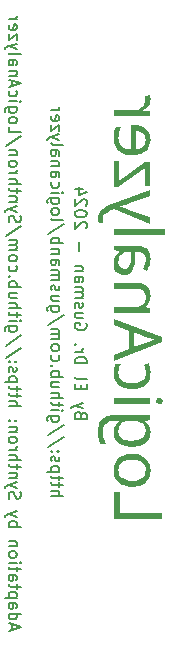
<source format=gbo>
G04 #@! TF.GenerationSoftware,KiCad,Pcbnew,8.0.8-8.0.8-0~ubuntu24.04.1*
G04 #@! TF.CreationDate,2025-04-25T21:20:27+02:00*
G04 #@! TF.ProjectId,LogicAnalyzer,4c6f6769-6341-46e6-916c-797a65722e6b,rev?*
G04 #@! TF.SameCoordinates,Original*
G04 #@! TF.FileFunction,Legend,Bot*
G04 #@! TF.FilePolarity,Positive*
%FSLAX46Y46*%
G04 Gerber Fmt 4.6, Leading zero omitted, Abs format (unit mm)*
G04 Created by KiCad (PCBNEW 8.0.8-8.0.8-0~ubuntu24.04.1) date 2025-04-25 21:20:27*
%MOMM*%
%LPD*%
G01*
G04 APERTURE LIST*
%ADD10C,0.150000*%
%ADD11C,3.200000*%
%ADD12R,1.700000X1.700000*%
%ADD13O,1.700000X1.700000*%
%ADD14O,1.800000X1.800000*%
%ADD15O,1.500000X1.500000*%
G04 APERTURE END LIST*
D10*
X190916180Y-107001220D02*
X191916180Y-107001220D01*
X190916180Y-106572649D02*
X191439990Y-106572649D01*
X191439990Y-106572649D02*
X191535228Y-106620268D01*
X191535228Y-106620268D02*
X191582847Y-106715506D01*
X191582847Y-106715506D02*
X191582847Y-106858363D01*
X191582847Y-106858363D02*
X191535228Y-106953601D01*
X191535228Y-106953601D02*
X191487609Y-107001220D01*
X191582847Y-106239315D02*
X191582847Y-105858363D01*
X191916180Y-106096458D02*
X191059038Y-106096458D01*
X191059038Y-106096458D02*
X190963800Y-106048839D01*
X190963800Y-106048839D02*
X190916180Y-105953601D01*
X190916180Y-105953601D02*
X190916180Y-105858363D01*
X191582847Y-105667886D02*
X191582847Y-105286934D01*
X191916180Y-105525029D02*
X191059038Y-105525029D01*
X191059038Y-105525029D02*
X190963800Y-105477410D01*
X190963800Y-105477410D02*
X190916180Y-105382172D01*
X190916180Y-105382172D02*
X190916180Y-105286934D01*
X191582847Y-104953600D02*
X190582847Y-104953600D01*
X191535228Y-104953600D02*
X191582847Y-104858362D01*
X191582847Y-104858362D02*
X191582847Y-104667886D01*
X191582847Y-104667886D02*
X191535228Y-104572648D01*
X191535228Y-104572648D02*
X191487609Y-104525029D01*
X191487609Y-104525029D02*
X191392371Y-104477410D01*
X191392371Y-104477410D02*
X191106657Y-104477410D01*
X191106657Y-104477410D02*
X191011419Y-104525029D01*
X191011419Y-104525029D02*
X190963800Y-104572648D01*
X190963800Y-104572648D02*
X190916180Y-104667886D01*
X190916180Y-104667886D02*
X190916180Y-104858362D01*
X190916180Y-104858362D02*
X190963800Y-104953600D01*
X190963800Y-104096457D02*
X190916180Y-104001219D01*
X190916180Y-104001219D02*
X190916180Y-103810743D01*
X190916180Y-103810743D02*
X190963800Y-103715505D01*
X190963800Y-103715505D02*
X191059038Y-103667886D01*
X191059038Y-103667886D02*
X191106657Y-103667886D01*
X191106657Y-103667886D02*
X191201895Y-103715505D01*
X191201895Y-103715505D02*
X191249514Y-103810743D01*
X191249514Y-103810743D02*
X191249514Y-103953600D01*
X191249514Y-103953600D02*
X191297133Y-104048838D01*
X191297133Y-104048838D02*
X191392371Y-104096457D01*
X191392371Y-104096457D02*
X191439990Y-104096457D01*
X191439990Y-104096457D02*
X191535228Y-104048838D01*
X191535228Y-104048838D02*
X191582847Y-103953600D01*
X191582847Y-103953600D02*
X191582847Y-103810743D01*
X191582847Y-103810743D02*
X191535228Y-103715505D01*
X191011419Y-103239314D02*
X190963800Y-103191695D01*
X190963800Y-103191695D02*
X190916180Y-103239314D01*
X190916180Y-103239314D02*
X190963800Y-103286933D01*
X190963800Y-103286933D02*
X191011419Y-103239314D01*
X191011419Y-103239314D02*
X190916180Y-103239314D01*
X191535228Y-103239314D02*
X191487609Y-103191695D01*
X191487609Y-103191695D02*
X191439990Y-103239314D01*
X191439990Y-103239314D02*
X191487609Y-103286933D01*
X191487609Y-103286933D02*
X191535228Y-103239314D01*
X191535228Y-103239314D02*
X191439990Y-103239314D01*
X191963800Y-102048839D02*
X190678085Y-102905981D01*
X191963800Y-101001220D02*
X190678085Y-101858362D01*
X191582847Y-100239315D02*
X190773323Y-100239315D01*
X190773323Y-100239315D02*
X190678085Y-100286934D01*
X190678085Y-100286934D02*
X190630466Y-100334553D01*
X190630466Y-100334553D02*
X190582847Y-100429791D01*
X190582847Y-100429791D02*
X190582847Y-100572648D01*
X190582847Y-100572648D02*
X190630466Y-100667886D01*
X190963800Y-100239315D02*
X190916180Y-100334553D01*
X190916180Y-100334553D02*
X190916180Y-100525029D01*
X190916180Y-100525029D02*
X190963800Y-100620267D01*
X190963800Y-100620267D02*
X191011419Y-100667886D01*
X191011419Y-100667886D02*
X191106657Y-100715505D01*
X191106657Y-100715505D02*
X191392371Y-100715505D01*
X191392371Y-100715505D02*
X191487609Y-100667886D01*
X191487609Y-100667886D02*
X191535228Y-100620267D01*
X191535228Y-100620267D02*
X191582847Y-100525029D01*
X191582847Y-100525029D02*
X191582847Y-100334553D01*
X191582847Y-100334553D02*
X191535228Y-100239315D01*
X190916180Y-99763124D02*
X191582847Y-99763124D01*
X191916180Y-99763124D02*
X191868561Y-99810743D01*
X191868561Y-99810743D02*
X191820942Y-99763124D01*
X191820942Y-99763124D02*
X191868561Y-99715505D01*
X191868561Y-99715505D02*
X191916180Y-99763124D01*
X191916180Y-99763124D02*
X191820942Y-99763124D01*
X191582847Y-99429791D02*
X191582847Y-99048839D01*
X191916180Y-99286934D02*
X191059038Y-99286934D01*
X191059038Y-99286934D02*
X190963800Y-99239315D01*
X190963800Y-99239315D02*
X190916180Y-99144077D01*
X190916180Y-99144077D02*
X190916180Y-99048839D01*
X190916180Y-98715505D02*
X191916180Y-98715505D01*
X190916180Y-98286934D02*
X191439990Y-98286934D01*
X191439990Y-98286934D02*
X191535228Y-98334553D01*
X191535228Y-98334553D02*
X191582847Y-98429791D01*
X191582847Y-98429791D02*
X191582847Y-98572648D01*
X191582847Y-98572648D02*
X191535228Y-98667886D01*
X191535228Y-98667886D02*
X191487609Y-98715505D01*
X191582847Y-97382172D02*
X190916180Y-97382172D01*
X191582847Y-97810743D02*
X191059038Y-97810743D01*
X191059038Y-97810743D02*
X190963800Y-97763124D01*
X190963800Y-97763124D02*
X190916180Y-97667886D01*
X190916180Y-97667886D02*
X190916180Y-97525029D01*
X190916180Y-97525029D02*
X190963800Y-97429791D01*
X190963800Y-97429791D02*
X191011419Y-97382172D01*
X190916180Y-96905981D02*
X191916180Y-96905981D01*
X191535228Y-96905981D02*
X191582847Y-96810743D01*
X191582847Y-96810743D02*
X191582847Y-96620267D01*
X191582847Y-96620267D02*
X191535228Y-96525029D01*
X191535228Y-96525029D02*
X191487609Y-96477410D01*
X191487609Y-96477410D02*
X191392371Y-96429791D01*
X191392371Y-96429791D02*
X191106657Y-96429791D01*
X191106657Y-96429791D02*
X191011419Y-96477410D01*
X191011419Y-96477410D02*
X190963800Y-96525029D01*
X190963800Y-96525029D02*
X190916180Y-96620267D01*
X190916180Y-96620267D02*
X190916180Y-96810743D01*
X190916180Y-96810743D02*
X190963800Y-96905981D01*
X191011419Y-96001219D02*
X190963800Y-95953600D01*
X190963800Y-95953600D02*
X190916180Y-96001219D01*
X190916180Y-96001219D02*
X190963800Y-96048838D01*
X190963800Y-96048838D02*
X191011419Y-96001219D01*
X191011419Y-96001219D02*
X190916180Y-96001219D01*
X190963800Y-95096458D02*
X190916180Y-95191696D01*
X190916180Y-95191696D02*
X190916180Y-95382172D01*
X190916180Y-95382172D02*
X190963800Y-95477410D01*
X190963800Y-95477410D02*
X191011419Y-95525029D01*
X191011419Y-95525029D02*
X191106657Y-95572648D01*
X191106657Y-95572648D02*
X191392371Y-95572648D01*
X191392371Y-95572648D02*
X191487609Y-95525029D01*
X191487609Y-95525029D02*
X191535228Y-95477410D01*
X191535228Y-95477410D02*
X191582847Y-95382172D01*
X191582847Y-95382172D02*
X191582847Y-95191696D01*
X191582847Y-95191696D02*
X191535228Y-95096458D01*
X190916180Y-94525029D02*
X190963800Y-94620267D01*
X190963800Y-94620267D02*
X191011419Y-94667886D01*
X191011419Y-94667886D02*
X191106657Y-94715505D01*
X191106657Y-94715505D02*
X191392371Y-94715505D01*
X191392371Y-94715505D02*
X191487609Y-94667886D01*
X191487609Y-94667886D02*
X191535228Y-94620267D01*
X191535228Y-94620267D02*
X191582847Y-94525029D01*
X191582847Y-94525029D02*
X191582847Y-94382172D01*
X191582847Y-94382172D02*
X191535228Y-94286934D01*
X191535228Y-94286934D02*
X191487609Y-94239315D01*
X191487609Y-94239315D02*
X191392371Y-94191696D01*
X191392371Y-94191696D02*
X191106657Y-94191696D01*
X191106657Y-94191696D02*
X191011419Y-94239315D01*
X191011419Y-94239315D02*
X190963800Y-94286934D01*
X190963800Y-94286934D02*
X190916180Y-94382172D01*
X190916180Y-94382172D02*
X190916180Y-94525029D01*
X190916180Y-93763124D02*
X191582847Y-93763124D01*
X191487609Y-93763124D02*
X191535228Y-93715505D01*
X191535228Y-93715505D02*
X191582847Y-93620267D01*
X191582847Y-93620267D02*
X191582847Y-93477410D01*
X191582847Y-93477410D02*
X191535228Y-93382172D01*
X191535228Y-93382172D02*
X191439990Y-93334553D01*
X191439990Y-93334553D02*
X190916180Y-93334553D01*
X191439990Y-93334553D02*
X191535228Y-93286934D01*
X191535228Y-93286934D02*
X191582847Y-93191696D01*
X191582847Y-93191696D02*
X191582847Y-93048839D01*
X191582847Y-93048839D02*
X191535228Y-92953600D01*
X191535228Y-92953600D02*
X191439990Y-92905981D01*
X191439990Y-92905981D02*
X190916180Y-92905981D01*
X191963800Y-91715506D02*
X190678085Y-92572648D01*
X191582847Y-90953601D02*
X190773323Y-90953601D01*
X190773323Y-90953601D02*
X190678085Y-91001220D01*
X190678085Y-91001220D02*
X190630466Y-91048839D01*
X190630466Y-91048839D02*
X190582847Y-91144077D01*
X190582847Y-91144077D02*
X190582847Y-91286934D01*
X190582847Y-91286934D02*
X190630466Y-91382172D01*
X190963800Y-90953601D02*
X190916180Y-91048839D01*
X190916180Y-91048839D02*
X190916180Y-91239315D01*
X190916180Y-91239315D02*
X190963800Y-91334553D01*
X190963800Y-91334553D02*
X191011419Y-91382172D01*
X191011419Y-91382172D02*
X191106657Y-91429791D01*
X191106657Y-91429791D02*
X191392371Y-91429791D01*
X191392371Y-91429791D02*
X191487609Y-91382172D01*
X191487609Y-91382172D02*
X191535228Y-91334553D01*
X191535228Y-91334553D02*
X191582847Y-91239315D01*
X191582847Y-91239315D02*
X191582847Y-91048839D01*
X191582847Y-91048839D02*
X191535228Y-90953601D01*
X191582847Y-90048839D02*
X190916180Y-90048839D01*
X191582847Y-90477410D02*
X191059038Y-90477410D01*
X191059038Y-90477410D02*
X190963800Y-90429791D01*
X190963800Y-90429791D02*
X190916180Y-90334553D01*
X190916180Y-90334553D02*
X190916180Y-90191696D01*
X190916180Y-90191696D02*
X190963800Y-90096458D01*
X190963800Y-90096458D02*
X191011419Y-90048839D01*
X190963800Y-89620267D02*
X190916180Y-89525029D01*
X190916180Y-89525029D02*
X190916180Y-89334553D01*
X190916180Y-89334553D02*
X190963800Y-89239315D01*
X190963800Y-89239315D02*
X191059038Y-89191696D01*
X191059038Y-89191696D02*
X191106657Y-89191696D01*
X191106657Y-89191696D02*
X191201895Y-89239315D01*
X191201895Y-89239315D02*
X191249514Y-89334553D01*
X191249514Y-89334553D02*
X191249514Y-89477410D01*
X191249514Y-89477410D02*
X191297133Y-89572648D01*
X191297133Y-89572648D02*
X191392371Y-89620267D01*
X191392371Y-89620267D02*
X191439990Y-89620267D01*
X191439990Y-89620267D02*
X191535228Y-89572648D01*
X191535228Y-89572648D02*
X191582847Y-89477410D01*
X191582847Y-89477410D02*
X191582847Y-89334553D01*
X191582847Y-89334553D02*
X191535228Y-89239315D01*
X190916180Y-88763124D02*
X191582847Y-88763124D01*
X191487609Y-88763124D02*
X191535228Y-88715505D01*
X191535228Y-88715505D02*
X191582847Y-88620267D01*
X191582847Y-88620267D02*
X191582847Y-88477410D01*
X191582847Y-88477410D02*
X191535228Y-88382172D01*
X191535228Y-88382172D02*
X191439990Y-88334553D01*
X191439990Y-88334553D02*
X190916180Y-88334553D01*
X191439990Y-88334553D02*
X191535228Y-88286934D01*
X191535228Y-88286934D02*
X191582847Y-88191696D01*
X191582847Y-88191696D02*
X191582847Y-88048839D01*
X191582847Y-88048839D02*
X191535228Y-87953600D01*
X191535228Y-87953600D02*
X191439990Y-87905981D01*
X191439990Y-87905981D02*
X190916180Y-87905981D01*
X190916180Y-87001220D02*
X191439990Y-87001220D01*
X191439990Y-87001220D02*
X191535228Y-87048839D01*
X191535228Y-87048839D02*
X191582847Y-87144077D01*
X191582847Y-87144077D02*
X191582847Y-87334553D01*
X191582847Y-87334553D02*
X191535228Y-87429791D01*
X190963800Y-87001220D02*
X190916180Y-87096458D01*
X190916180Y-87096458D02*
X190916180Y-87334553D01*
X190916180Y-87334553D02*
X190963800Y-87429791D01*
X190963800Y-87429791D02*
X191059038Y-87477410D01*
X191059038Y-87477410D02*
X191154276Y-87477410D01*
X191154276Y-87477410D02*
X191249514Y-87429791D01*
X191249514Y-87429791D02*
X191297133Y-87334553D01*
X191297133Y-87334553D02*
X191297133Y-87096458D01*
X191297133Y-87096458D02*
X191344752Y-87001220D01*
X191582847Y-86525029D02*
X190916180Y-86525029D01*
X191487609Y-86525029D02*
X191535228Y-86477410D01*
X191535228Y-86477410D02*
X191582847Y-86382172D01*
X191582847Y-86382172D02*
X191582847Y-86239315D01*
X191582847Y-86239315D02*
X191535228Y-86144077D01*
X191535228Y-86144077D02*
X191439990Y-86096458D01*
X191439990Y-86096458D02*
X190916180Y-86096458D01*
X190916180Y-85620267D02*
X191916180Y-85620267D01*
X191535228Y-85620267D02*
X191582847Y-85525029D01*
X191582847Y-85525029D02*
X191582847Y-85334553D01*
X191582847Y-85334553D02*
X191535228Y-85239315D01*
X191535228Y-85239315D02*
X191487609Y-85191696D01*
X191487609Y-85191696D02*
X191392371Y-85144077D01*
X191392371Y-85144077D02*
X191106657Y-85144077D01*
X191106657Y-85144077D02*
X191011419Y-85191696D01*
X191011419Y-85191696D02*
X190963800Y-85239315D01*
X190963800Y-85239315D02*
X190916180Y-85334553D01*
X190916180Y-85334553D02*
X190916180Y-85525029D01*
X190916180Y-85525029D02*
X190963800Y-85620267D01*
X191963800Y-84001220D02*
X190678085Y-84858362D01*
X190916180Y-83525029D02*
X190963800Y-83620267D01*
X190963800Y-83620267D02*
X191059038Y-83667886D01*
X191059038Y-83667886D02*
X191916180Y-83667886D01*
X190916180Y-83001219D02*
X190963800Y-83096457D01*
X190963800Y-83096457D02*
X191011419Y-83144076D01*
X191011419Y-83144076D02*
X191106657Y-83191695D01*
X191106657Y-83191695D02*
X191392371Y-83191695D01*
X191392371Y-83191695D02*
X191487609Y-83144076D01*
X191487609Y-83144076D02*
X191535228Y-83096457D01*
X191535228Y-83096457D02*
X191582847Y-83001219D01*
X191582847Y-83001219D02*
X191582847Y-82858362D01*
X191582847Y-82858362D02*
X191535228Y-82763124D01*
X191535228Y-82763124D02*
X191487609Y-82715505D01*
X191487609Y-82715505D02*
X191392371Y-82667886D01*
X191392371Y-82667886D02*
X191106657Y-82667886D01*
X191106657Y-82667886D02*
X191011419Y-82715505D01*
X191011419Y-82715505D02*
X190963800Y-82763124D01*
X190963800Y-82763124D02*
X190916180Y-82858362D01*
X190916180Y-82858362D02*
X190916180Y-83001219D01*
X191582847Y-81810743D02*
X190773323Y-81810743D01*
X190773323Y-81810743D02*
X190678085Y-81858362D01*
X190678085Y-81858362D02*
X190630466Y-81905981D01*
X190630466Y-81905981D02*
X190582847Y-82001219D01*
X190582847Y-82001219D02*
X190582847Y-82144076D01*
X190582847Y-82144076D02*
X190630466Y-82239314D01*
X190963800Y-81810743D02*
X190916180Y-81905981D01*
X190916180Y-81905981D02*
X190916180Y-82096457D01*
X190916180Y-82096457D02*
X190963800Y-82191695D01*
X190963800Y-82191695D02*
X191011419Y-82239314D01*
X191011419Y-82239314D02*
X191106657Y-82286933D01*
X191106657Y-82286933D02*
X191392371Y-82286933D01*
X191392371Y-82286933D02*
X191487609Y-82239314D01*
X191487609Y-82239314D02*
X191535228Y-82191695D01*
X191535228Y-82191695D02*
X191582847Y-82096457D01*
X191582847Y-82096457D02*
X191582847Y-81905981D01*
X191582847Y-81905981D02*
X191535228Y-81810743D01*
X190916180Y-81334552D02*
X191582847Y-81334552D01*
X191916180Y-81334552D02*
X191868561Y-81382171D01*
X191868561Y-81382171D02*
X191820942Y-81334552D01*
X191820942Y-81334552D02*
X191868561Y-81286933D01*
X191868561Y-81286933D02*
X191916180Y-81334552D01*
X191916180Y-81334552D02*
X191820942Y-81334552D01*
X190963800Y-80429791D02*
X190916180Y-80525029D01*
X190916180Y-80525029D02*
X190916180Y-80715505D01*
X190916180Y-80715505D02*
X190963800Y-80810743D01*
X190963800Y-80810743D02*
X191011419Y-80858362D01*
X191011419Y-80858362D02*
X191106657Y-80905981D01*
X191106657Y-80905981D02*
X191392371Y-80905981D01*
X191392371Y-80905981D02*
X191487609Y-80858362D01*
X191487609Y-80858362D02*
X191535228Y-80810743D01*
X191535228Y-80810743D02*
X191582847Y-80715505D01*
X191582847Y-80715505D02*
X191582847Y-80525029D01*
X191582847Y-80525029D02*
X191535228Y-80429791D01*
X190916180Y-79572648D02*
X191439990Y-79572648D01*
X191439990Y-79572648D02*
X191535228Y-79620267D01*
X191535228Y-79620267D02*
X191582847Y-79715505D01*
X191582847Y-79715505D02*
X191582847Y-79905981D01*
X191582847Y-79905981D02*
X191535228Y-80001219D01*
X190963800Y-79572648D02*
X190916180Y-79667886D01*
X190916180Y-79667886D02*
X190916180Y-79905981D01*
X190916180Y-79905981D02*
X190963800Y-80001219D01*
X190963800Y-80001219D02*
X191059038Y-80048838D01*
X191059038Y-80048838D02*
X191154276Y-80048838D01*
X191154276Y-80048838D02*
X191249514Y-80001219D01*
X191249514Y-80001219D02*
X191297133Y-79905981D01*
X191297133Y-79905981D02*
X191297133Y-79667886D01*
X191297133Y-79667886D02*
X191344752Y-79572648D01*
X191582847Y-79096457D02*
X190916180Y-79096457D01*
X191487609Y-79096457D02*
X191535228Y-79048838D01*
X191535228Y-79048838D02*
X191582847Y-78953600D01*
X191582847Y-78953600D02*
X191582847Y-78810743D01*
X191582847Y-78810743D02*
X191535228Y-78715505D01*
X191535228Y-78715505D02*
X191439990Y-78667886D01*
X191439990Y-78667886D02*
X190916180Y-78667886D01*
X190916180Y-77763124D02*
X191439990Y-77763124D01*
X191439990Y-77763124D02*
X191535228Y-77810743D01*
X191535228Y-77810743D02*
X191582847Y-77905981D01*
X191582847Y-77905981D02*
X191582847Y-78096457D01*
X191582847Y-78096457D02*
X191535228Y-78191695D01*
X190963800Y-77763124D02*
X190916180Y-77858362D01*
X190916180Y-77858362D02*
X190916180Y-78096457D01*
X190916180Y-78096457D02*
X190963800Y-78191695D01*
X190963800Y-78191695D02*
X191059038Y-78239314D01*
X191059038Y-78239314D02*
X191154276Y-78239314D01*
X191154276Y-78239314D02*
X191249514Y-78191695D01*
X191249514Y-78191695D02*
X191297133Y-78096457D01*
X191297133Y-78096457D02*
X191297133Y-77858362D01*
X191297133Y-77858362D02*
X191344752Y-77763124D01*
X190916180Y-77144076D02*
X190963800Y-77239314D01*
X190963800Y-77239314D02*
X191059038Y-77286933D01*
X191059038Y-77286933D02*
X191916180Y-77286933D01*
X191582847Y-76858361D02*
X190916180Y-76620266D01*
X191582847Y-76382171D02*
X190916180Y-76620266D01*
X190916180Y-76620266D02*
X190678085Y-76715504D01*
X190678085Y-76715504D02*
X190630466Y-76763123D01*
X190630466Y-76763123D02*
X190582847Y-76858361D01*
X191582847Y-76096456D02*
X191582847Y-75572647D01*
X191582847Y-75572647D02*
X190916180Y-76096456D01*
X190916180Y-76096456D02*
X190916180Y-75572647D01*
X190963800Y-74810742D02*
X190916180Y-74905980D01*
X190916180Y-74905980D02*
X190916180Y-75096456D01*
X190916180Y-75096456D02*
X190963800Y-75191694D01*
X190963800Y-75191694D02*
X191059038Y-75239313D01*
X191059038Y-75239313D02*
X191439990Y-75239313D01*
X191439990Y-75239313D02*
X191535228Y-75191694D01*
X191535228Y-75191694D02*
X191582847Y-75096456D01*
X191582847Y-75096456D02*
X191582847Y-74905980D01*
X191582847Y-74905980D02*
X191535228Y-74810742D01*
X191535228Y-74810742D02*
X191439990Y-74763123D01*
X191439990Y-74763123D02*
X191344752Y-74763123D01*
X191344752Y-74763123D02*
X191249514Y-75239313D01*
X190916180Y-74334551D02*
X191582847Y-74334551D01*
X191392371Y-74334551D02*
X191487609Y-74286932D01*
X191487609Y-74286932D02*
X191535228Y-74239313D01*
X191535228Y-74239313D02*
X191582847Y-74144075D01*
X191582847Y-74144075D02*
X191582847Y-74048837D01*
G36*
X196260000Y-108930803D02*
G01*
X200261674Y-108930803D01*
X200261674Y-108426686D01*
X196697683Y-108426686D01*
X196697683Y-106679861D01*
X196260000Y-106679861D01*
X196260000Y-108930803D01*
G37*
G36*
X197797602Y-103454074D02*
G01*
X198006946Y-103464954D01*
X198228108Y-103498110D01*
X198429975Y-103553370D01*
X198612547Y-103630734D01*
X198716641Y-103688980D01*
X198883935Y-103810412D01*
X199025417Y-103953174D01*
X199141088Y-104117265D01*
X199203175Y-104237204D01*
X199272221Y-104429992D01*
X199312363Y-104638235D01*
X199323782Y-104836316D01*
X199322198Y-104915863D01*
X199298442Y-105141864D01*
X199246177Y-105348906D01*
X199165406Y-105536988D01*
X199056126Y-105706111D01*
X198918339Y-105856274D01*
X198783571Y-105964352D01*
X198599748Y-106069865D01*
X198391813Y-106149000D01*
X198200116Y-106194795D01*
X197991675Y-106222272D01*
X197766489Y-106231431D01*
X197704543Y-106230733D01*
X197496868Y-106217289D01*
X197303405Y-106186735D01*
X197099706Y-106130864D01*
X196914570Y-106052646D01*
X196808787Y-105993274D01*
X196639175Y-105870296D01*
X196496302Y-105726606D01*
X196380167Y-105562206D01*
X196327536Y-105462997D01*
X196255279Y-105273721D01*
X196211925Y-105070689D01*
X196197473Y-104853902D01*
X196197709Y-104842178D01*
X196605847Y-104842178D01*
X196616873Y-105005611D01*
X196665874Y-105196273D01*
X196767858Y-105373545D01*
X196919455Y-105511404D01*
X196959526Y-105536839D01*
X197137213Y-105622171D01*
X197342743Y-105681248D01*
X197545423Y-105711401D01*
X197769420Y-105721452D01*
X197802717Y-105721250D01*
X198023128Y-105708508D01*
X198221379Y-105675943D01*
X198420819Y-105614455D01*
X198610593Y-105514334D01*
X198714182Y-105427804D01*
X198829381Y-105264777D01*
X198896357Y-105061875D01*
X198915408Y-104848040D01*
X198904692Y-104684504D01*
X198857064Y-104493384D01*
X198757940Y-104315159D01*
X198610593Y-104175884D01*
X198591316Y-104162780D01*
X198397472Y-104063570D01*
X198194414Y-104003670D01*
X197992997Y-103973095D01*
X197769420Y-103962904D01*
X197736115Y-103963112D01*
X197515163Y-103976215D01*
X197315529Y-104009701D01*
X197113479Y-104072930D01*
X196919455Y-104175884D01*
X196812878Y-104264200D01*
X196694356Y-104428360D01*
X196625448Y-104630542D01*
X196605847Y-104842178D01*
X196197709Y-104842178D01*
X196199076Y-104774347D01*
X196223119Y-104548232D01*
X196276013Y-104340938D01*
X196357758Y-104152467D01*
X196468354Y-103982817D01*
X196607801Y-103831990D01*
X196744282Y-103723068D01*
X196929845Y-103616731D01*
X197139176Y-103536978D01*
X197331775Y-103490824D01*
X197540880Y-103463132D01*
X197766489Y-103453902D01*
X197797602Y-103454074D01*
G37*
G36*
X199261256Y-100574767D02*
G01*
X198867536Y-100642178D01*
X198867536Y-100670510D01*
X198975430Y-100758926D01*
X199109566Y-100908036D01*
X199210453Y-101076930D01*
X199265236Y-101215184D01*
X199310390Y-101414189D01*
X199323782Y-101611334D01*
X199313406Y-101785404D01*
X199264019Y-102008747D01*
X199173959Y-102208342D01*
X199043227Y-102384187D01*
X198898799Y-102516009D01*
X198788172Y-102592717D01*
X198604887Y-102688601D01*
X198400788Y-102761473D01*
X198175875Y-102811333D01*
X197972547Y-102835304D01*
X197754766Y-102843295D01*
X197575705Y-102838181D01*
X197366219Y-102817406D01*
X197172666Y-102780650D01*
X196961434Y-102715449D01*
X196773146Y-102627235D01*
X196607801Y-102516009D01*
X196468354Y-102383981D01*
X196342130Y-102207374D01*
X196255176Y-102006458D01*
X196211899Y-101814895D01*
X196197473Y-101605472D01*
X196202758Y-101532199D01*
X196605847Y-101532199D01*
X196608441Y-101604181D01*
X196647338Y-101800240D01*
X196745302Y-101983098D01*
X196900893Y-102129129D01*
X196938918Y-102153854D01*
X197135347Y-102245380D01*
X197344724Y-102299617D01*
X197554777Y-102326137D01*
X197754766Y-102333316D01*
X197789380Y-102333113D01*
X198017632Y-102320371D01*
X198221293Y-102287806D01*
X198423939Y-102226318D01*
X198613524Y-102126198D01*
X198667474Y-102085886D01*
X198808982Y-101930181D01*
X198891528Y-101741656D01*
X198915408Y-101543923D01*
X198908872Y-101408129D01*
X198871228Y-101215269D01*
X198788882Y-101034211D01*
X198647718Y-100877628D01*
X198555478Y-100816272D01*
X198372173Y-100739732D01*
X198175718Y-100694599D01*
X197980538Y-100672136D01*
X197760628Y-100664648D01*
X197642414Y-100664648D01*
X197417882Y-100674559D01*
X197222148Y-100704292D01*
X197033715Y-100762544D01*
X196851067Y-100871766D01*
X196780423Y-100942501D01*
X196675055Y-101120035D01*
X196621174Y-101320929D01*
X196605847Y-101532199D01*
X196202758Y-101532199D01*
X196213616Y-101381669D01*
X196262045Y-101180673D01*
X196359351Y-100975001D01*
X196500602Y-100800371D01*
X196656650Y-100675395D01*
X196656650Y-100653902D01*
X196475910Y-100664648D01*
X196278562Y-100670510D01*
X196158394Y-100670510D01*
X196084601Y-100672459D01*
X195881148Y-100701697D01*
X195686632Y-100775332D01*
X195525317Y-100892283D01*
X195483763Y-100935133D01*
X195374770Y-101098928D01*
X195311190Y-101294972D01*
X195292798Y-101498982D01*
X195293733Y-101581395D01*
X195304251Y-101779780D01*
X195332301Y-102003423D01*
X195377181Y-102211334D01*
X195438890Y-102403515D01*
X195532156Y-102607845D01*
X195072002Y-102607845D01*
X195049288Y-102554394D01*
X194981327Y-102352529D01*
X194937363Y-102161195D01*
X194906589Y-101952963D01*
X194889003Y-101727832D01*
X194884424Y-101527314D01*
X194884743Y-101484619D01*
X194895930Y-101281736D01*
X194930448Y-101061574D01*
X194987979Y-100866828D01*
X195084183Y-100671749D01*
X195211709Y-100511264D01*
X195370277Y-100383357D01*
X195559606Y-100286866D01*
X195746372Y-100229163D01*
X195955738Y-100194542D01*
X196187704Y-100183002D01*
X199261256Y-100183002D01*
X199261256Y-100574767D01*
G37*
G36*
X200386727Y-98980350D02*
G01*
X200320609Y-98792874D01*
X200311500Y-98782025D01*
X200131855Y-98698131D01*
X200074096Y-98695074D01*
X199883586Y-98743984D01*
X199839623Y-98782025D01*
X199761770Y-98966409D01*
X199761465Y-98980350D01*
X199825655Y-99171371D01*
X199839623Y-99187468D01*
X200018225Y-99268533D01*
X200074096Y-99271487D01*
X200268452Y-99224226D01*
X200311500Y-99187468D01*
X200386065Y-99003087D01*
X200386727Y-98980350D01*
G37*
G36*
X199261256Y-98739038D02*
G01*
X196260000Y-98739038D01*
X196260000Y-99232408D01*
X199261256Y-99232408D01*
X199261256Y-98739038D01*
G37*
G36*
X196197473Y-96585793D02*
G01*
X196210379Y-96802658D01*
X196249096Y-97005921D01*
X196313625Y-97195583D01*
X196360628Y-97295074D01*
X196466621Y-97459243D01*
X196601054Y-97602236D01*
X196763926Y-97724055D01*
X196866699Y-97782583D01*
X197050125Y-97859519D01*
X197257487Y-97914474D01*
X197458564Y-97944527D01*
X197677967Y-97957751D01*
X197744019Y-97958438D01*
X197945496Y-97951946D01*
X198161974Y-97927964D01*
X198358442Y-97886310D01*
X198558477Y-97817067D01*
X198648695Y-97773790D01*
X198830199Y-97659098D01*
X198982338Y-97523850D01*
X199105110Y-97368045D01*
X199160628Y-97272604D01*
X199239496Y-97087673D01*
X199292553Y-96888986D01*
X199319799Y-96676543D01*
X199323782Y-96552576D01*
X199314993Y-96354865D01*
X199286070Y-96150088D01*
X199277864Y-96110008D01*
X199228039Y-95916812D01*
X199168443Y-95763183D01*
X198761046Y-95914614D01*
X198827984Y-96099857D01*
X198865582Y-96228221D01*
X198905871Y-96422246D01*
X198915408Y-96563323D01*
X198897227Y-96770776D01*
X198823367Y-96991196D01*
X198692693Y-97168396D01*
X198505203Y-97302377D01*
X198314304Y-97378443D01*
X198087044Y-97426849D01*
X197823422Y-97447594D01*
X197751835Y-97448459D01*
X197552544Y-97440902D01*
X197343219Y-97412986D01*
X197134560Y-97355894D01*
X196938792Y-97259552D01*
X196900893Y-97233525D01*
X196758268Y-97095460D01*
X196662321Y-96924165D01*
X196613051Y-96719639D01*
X196605847Y-96591655D01*
X196615758Y-96387452D01*
X196648373Y-96193566D01*
X196657627Y-96157879D01*
X196718984Y-95967125D01*
X196783656Y-95813009D01*
X196350858Y-95813009D01*
X196275085Y-96003854D01*
X196237529Y-96147133D01*
X196207487Y-96347656D01*
X196197630Y-96553969D01*
X196197473Y-96585793D01*
G37*
G36*
X200261674Y-93564997D02*
G01*
X200261674Y-94019289D01*
X196260000Y-95581466D01*
X196260000Y-95071487D01*
X197510523Y-94595702D01*
X197510523Y-94427663D01*
X197948206Y-94427663D01*
X199142065Y-93974348D01*
X199207457Y-93951870D01*
X199399009Y-93890329D01*
X199543265Y-93848121D01*
X199733133Y-93800448D01*
X199542623Y-93741829D01*
X199488714Y-93725874D01*
X199302288Y-93666602D01*
X199142065Y-93609938D01*
X197948206Y-93162485D01*
X197948206Y-94427663D01*
X197510523Y-94427663D01*
X197510523Y-93011055D01*
X196260000Y-92529408D01*
X196260000Y-92008682D01*
X200261674Y-93564997D01*
G37*
G36*
X199323782Y-90085025D02*
G01*
X199311300Y-89862517D01*
X199273853Y-89665160D01*
X199200489Y-89470407D01*
X199078979Y-89290577D01*
X199062930Y-89273162D01*
X198890699Y-89140455D01*
X198694786Y-89058954D01*
X198490303Y-89015791D01*
X198290474Y-88999706D01*
X198218827Y-88998633D01*
X196260000Y-88998633D01*
X196260000Y-89486142D01*
X198189518Y-89486142D01*
X198398637Y-89502528D01*
X198602793Y-89565451D01*
X198776468Y-89698507D01*
X198880673Y-89895797D01*
X198914699Y-90116028D01*
X198915408Y-90157321D01*
X198901944Y-90360962D01*
X198853584Y-90557517D01*
X198757138Y-90732513D01*
X198634040Y-90847063D01*
X198456219Y-90938683D01*
X198265328Y-90994950D01*
X198043540Y-91027526D01*
X197824131Y-91036595D01*
X196260000Y-91036595D01*
X196260000Y-91529966D01*
X199261256Y-91529966D01*
X199261256Y-91132339D01*
X198857766Y-91059066D01*
X198857766Y-91031711D01*
X199017455Y-90906735D01*
X199143347Y-90750160D01*
X199208499Y-90628221D01*
X199278750Y-90430934D01*
X199316577Y-90225953D01*
X199323782Y-90085025D01*
G37*
G36*
X198499745Y-85868863D02*
G01*
X198719136Y-85909927D01*
X198923035Y-85995390D01*
X199081493Y-86122429D01*
X199110833Y-86156398D01*
X199219437Y-86336933D01*
X199283795Y-86535426D01*
X199315264Y-86738459D01*
X199323782Y-86934293D01*
X199318897Y-87078518D01*
X199293251Y-87289819D01*
X199245624Y-87495074D01*
X199220413Y-87577244D01*
X199147496Y-87774141D01*
X199057069Y-87959136D01*
X198667257Y-87807705D01*
X198679263Y-87784517D01*
X198763956Y-87603797D01*
X198839204Y-87411055D01*
X198857064Y-87357459D01*
X198900822Y-87164343D01*
X198915408Y-86962625D01*
X198911591Y-86873104D01*
X198865949Y-86671159D01*
X198759092Y-86503448D01*
X198607967Y-86404621D01*
X198408608Y-86354099D01*
X198202219Y-86341271D01*
X198010732Y-86341271D01*
X198010732Y-86850273D01*
X198010496Y-86895758D01*
X198002214Y-87112017D01*
X197976660Y-87346971D01*
X197934071Y-87555135D01*
X197862851Y-87764132D01*
X197768443Y-87936665D01*
X197653099Y-88074089D01*
X197476085Y-88201180D01*
X197291620Y-88267309D01*
X197081632Y-88289352D01*
X196944971Y-88282793D01*
X196750920Y-88245011D01*
X196568814Y-88162365D01*
X196411430Y-88020685D01*
X196349792Y-87933315D01*
X196257858Y-87738112D01*
X196210846Y-87539099D01*
X196197473Y-87343644D01*
X196202780Y-87231292D01*
X196605847Y-87231292D01*
X196605963Y-87246229D01*
X196635401Y-87450133D01*
X196724061Y-87625988D01*
X196731581Y-87635485D01*
X196899710Y-87750804D01*
X197095310Y-87780350D01*
X197198453Y-87772759D01*
X197390587Y-87704233D01*
X197539832Y-87564439D01*
X197623294Y-87395912D01*
X197671981Y-87186809D01*
X197692537Y-86986561D01*
X197698101Y-86788724D01*
X197698101Y-86346156D01*
X197437250Y-86346156D01*
X197359681Y-86348371D01*
X197150158Y-86381602D01*
X196958141Y-86465293D01*
X196809057Y-86598214D01*
X196772742Y-86646609D01*
X196677487Y-86824296D01*
X196621922Y-87027170D01*
X196605847Y-87231292D01*
X196202780Y-87231292D01*
X196206979Y-87142381D01*
X196244414Y-86931865D01*
X196317641Y-86746714D01*
X196395591Y-86626887D01*
X196531741Y-86472167D01*
X196688890Y-86335409D01*
X196688890Y-86312939D01*
X196260000Y-86217196D01*
X196260000Y-85859624D01*
X198311639Y-85859624D01*
X198499745Y-85868863D01*
G37*
G36*
X196260000Y-84436177D02*
G01*
X196260000Y-84929547D01*
X200511779Y-84929547D01*
X200511779Y-84436177D01*
X196260000Y-84436177D01*
G37*
G36*
X199261256Y-83957461D02*
G01*
X199261256Y-83430873D01*
X197536901Y-82782164D01*
X197342503Y-82711826D01*
X197155959Y-82647846D01*
X197104103Y-82630734D01*
X196915139Y-82575049D01*
X196723042Y-82532215D01*
X196711360Y-82530106D01*
X196711360Y-82507635D01*
X196910236Y-82453597D01*
X197081632Y-82401145D01*
X197268024Y-82340805D01*
X197455706Y-82278852D01*
X197542763Y-82249715D01*
X199261256Y-81639108D01*
X199261256Y-81107635D01*
X195820362Y-82401145D01*
X195617274Y-82485104D01*
X195435924Y-82580664D01*
X195257888Y-82702036D01*
X195138436Y-82806588D01*
X195015647Y-82961638D01*
X194933043Y-83146517D01*
X194890625Y-83361227D01*
X194884424Y-83493399D01*
X194894098Y-83688969D01*
X194899078Y-83727872D01*
X194929364Y-83901773D01*
X195325038Y-83901773D01*
X195303545Y-83753274D01*
X195292798Y-83571557D01*
X195320848Y-83364764D01*
X195413154Y-83185116D01*
X195439344Y-83154390D01*
X195596637Y-83019852D01*
X195781017Y-82922559D01*
X195825247Y-82905263D01*
X196223852Y-82747970D01*
X199261256Y-83957461D01*
G37*
G36*
X196260000Y-78697447D02*
G01*
X196260000Y-80891725D01*
X196604870Y-80891725D01*
X198852882Y-79279722D01*
X198852882Y-80796958D01*
X199261256Y-80796958D01*
X199261256Y-78736526D01*
X198865582Y-78736526D01*
X196668374Y-80327035D01*
X196668374Y-78697447D01*
X196260000Y-78697447D01*
G37*
G36*
X198063825Y-75609607D02*
G01*
X198279161Y-75631795D01*
X198478114Y-75677476D01*
X198679958Y-75755786D01*
X198717762Y-75774852D01*
X198890525Y-75885296D01*
X199036193Y-76020927D01*
X199154766Y-76181745D01*
X199194379Y-76252805D01*
X199270304Y-76445280D01*
X199310412Y-76636616D01*
X199323782Y-76845109D01*
X199319107Y-76966982D01*
X199287130Y-77174333D01*
X199224860Y-77366228D01*
X199132295Y-77542667D01*
X199068754Y-77633103D01*
X198934184Y-77779300D01*
X198773648Y-77904167D01*
X198587145Y-78007705D01*
X198542270Y-78027699D01*
X198351852Y-78094774D01*
X198143971Y-78141210D01*
X197947749Y-78164912D01*
X197738157Y-78172813D01*
X197707045Y-78172636D01*
X197497700Y-78161456D01*
X197276538Y-78127384D01*
X197074672Y-78070598D01*
X196892100Y-77991096D01*
X196788197Y-77930475D01*
X196622208Y-77803564D01*
X196483267Y-77653778D01*
X196371374Y-77481117D01*
X196303614Y-77333208D01*
X196240949Y-77129163D01*
X196208342Y-76934685D01*
X196197473Y-76727872D01*
X196199671Y-76597254D01*
X196213661Y-76392044D01*
X196243391Y-76196400D01*
X196258981Y-76126061D01*
X196315828Y-75927843D01*
X196386029Y-75742108D01*
X196813942Y-75742108D01*
X196783359Y-75815353D01*
X196714783Y-76002662D01*
X196658604Y-76199331D01*
X196638047Y-76299014D01*
X196613266Y-76500513D01*
X196605847Y-76705402D01*
X196615361Y-76866557D01*
X196657646Y-77059631D01*
X196745651Y-77247060D01*
X196876468Y-77402960D01*
X197048245Y-77524238D01*
X197233762Y-77600380D01*
X197450177Y-77646726D01*
X197664884Y-77662834D01*
X197664884Y-77652087D01*
X198073258Y-77652087D01*
X198122160Y-77646558D01*
X198325407Y-77605711D01*
X198518969Y-77529690D01*
X198692658Y-77408822D01*
X198819478Y-77250339D01*
X198893655Y-77056994D01*
X198915408Y-76850971D01*
X198892510Y-76636247D01*
X198814429Y-76445672D01*
X198680935Y-76302890D01*
X198651198Y-76281809D01*
X198468001Y-76189328D01*
X198272606Y-76139717D01*
X198073258Y-76123127D01*
X198073258Y-77652087D01*
X197664884Y-77652087D01*
X197664884Y-75607286D01*
X197962861Y-75607286D01*
X198063825Y-75609607D01*
G37*
G36*
X199323782Y-73447203D02*
G01*
X199314012Y-73265486D01*
X199285680Y-73094516D01*
X198835296Y-73156065D01*
X198871444Y-73315311D01*
X198886099Y-73480420D01*
X198861789Y-73676073D01*
X198788859Y-73861255D01*
X198759092Y-73912241D01*
X198628514Y-74072819D01*
X198472435Y-74194132D01*
X198403475Y-74233665D01*
X198222033Y-74306892D01*
X198019159Y-74346322D01*
X197872002Y-74353832D01*
X196260000Y-74353832D01*
X196260000Y-74847203D01*
X199261256Y-74847203D01*
X199261256Y-74443713D01*
X198718060Y-74388026D01*
X198718060Y-74365556D01*
X198879910Y-74255549D01*
X199038042Y-74112896D01*
X199144019Y-73990399D01*
X199246364Y-73822629D01*
X199306227Y-73635002D01*
X199323782Y-73447203D01*
G37*
X193439990Y-100167887D02*
X193392371Y-100025030D01*
X193392371Y-100025030D02*
X193344752Y-99977411D01*
X193344752Y-99977411D02*
X193249514Y-99929792D01*
X193249514Y-99929792D02*
X193106657Y-99929792D01*
X193106657Y-99929792D02*
X193011419Y-99977411D01*
X193011419Y-99977411D02*
X192963800Y-100025030D01*
X192963800Y-100025030D02*
X192916180Y-100120268D01*
X192916180Y-100120268D02*
X192916180Y-100501220D01*
X192916180Y-100501220D02*
X193916180Y-100501220D01*
X193916180Y-100501220D02*
X193916180Y-100167887D01*
X193916180Y-100167887D02*
X193868561Y-100072649D01*
X193868561Y-100072649D02*
X193820942Y-100025030D01*
X193820942Y-100025030D02*
X193725704Y-99977411D01*
X193725704Y-99977411D02*
X193630466Y-99977411D01*
X193630466Y-99977411D02*
X193535228Y-100025030D01*
X193535228Y-100025030D02*
X193487609Y-100072649D01*
X193487609Y-100072649D02*
X193439990Y-100167887D01*
X193439990Y-100167887D02*
X193439990Y-100501220D01*
X193582847Y-99596458D02*
X192916180Y-99358363D01*
X193582847Y-99120268D02*
X192916180Y-99358363D01*
X192916180Y-99358363D02*
X192678085Y-99453601D01*
X192678085Y-99453601D02*
X192630466Y-99501220D01*
X192630466Y-99501220D02*
X192582847Y-99596458D01*
X193439990Y-97977410D02*
X193439990Y-97644077D01*
X192916180Y-97501220D02*
X192916180Y-97977410D01*
X192916180Y-97977410D02*
X193916180Y-97977410D01*
X193916180Y-97977410D02*
X193916180Y-97501220D01*
X192916180Y-96929791D02*
X192963800Y-97025029D01*
X192963800Y-97025029D02*
X193059038Y-97072648D01*
X193059038Y-97072648D02*
X193916180Y-97072648D01*
X192916180Y-95786933D02*
X193916180Y-95786933D01*
X193916180Y-95786933D02*
X193916180Y-95548838D01*
X193916180Y-95548838D02*
X193868561Y-95405981D01*
X193868561Y-95405981D02*
X193773323Y-95310743D01*
X193773323Y-95310743D02*
X193678085Y-95263124D01*
X193678085Y-95263124D02*
X193487609Y-95215505D01*
X193487609Y-95215505D02*
X193344752Y-95215505D01*
X193344752Y-95215505D02*
X193154276Y-95263124D01*
X193154276Y-95263124D02*
X193059038Y-95310743D01*
X193059038Y-95310743D02*
X192963800Y-95405981D01*
X192963800Y-95405981D02*
X192916180Y-95548838D01*
X192916180Y-95548838D02*
X192916180Y-95786933D01*
X192916180Y-94786933D02*
X193582847Y-94786933D01*
X193392371Y-94786933D02*
X193487609Y-94739314D01*
X193487609Y-94739314D02*
X193535228Y-94691695D01*
X193535228Y-94691695D02*
X193582847Y-94596457D01*
X193582847Y-94596457D02*
X193582847Y-94501219D01*
X193011419Y-94167885D02*
X192963800Y-94120266D01*
X192963800Y-94120266D02*
X192916180Y-94167885D01*
X192916180Y-94167885D02*
X192963800Y-94215504D01*
X192963800Y-94215504D02*
X193011419Y-94167885D01*
X193011419Y-94167885D02*
X192916180Y-94167885D01*
X193868561Y-92405981D02*
X193916180Y-92501219D01*
X193916180Y-92501219D02*
X193916180Y-92644076D01*
X193916180Y-92644076D02*
X193868561Y-92786933D01*
X193868561Y-92786933D02*
X193773323Y-92882171D01*
X193773323Y-92882171D02*
X193678085Y-92929790D01*
X193678085Y-92929790D02*
X193487609Y-92977409D01*
X193487609Y-92977409D02*
X193344752Y-92977409D01*
X193344752Y-92977409D02*
X193154276Y-92929790D01*
X193154276Y-92929790D02*
X193059038Y-92882171D01*
X193059038Y-92882171D02*
X192963800Y-92786933D01*
X192963800Y-92786933D02*
X192916180Y-92644076D01*
X192916180Y-92644076D02*
X192916180Y-92548838D01*
X192916180Y-92548838D02*
X192963800Y-92405981D01*
X192963800Y-92405981D02*
X193011419Y-92358362D01*
X193011419Y-92358362D02*
X193344752Y-92358362D01*
X193344752Y-92358362D02*
X193344752Y-92548838D01*
X193582847Y-91501219D02*
X192916180Y-91501219D01*
X193582847Y-91929790D02*
X193059038Y-91929790D01*
X193059038Y-91929790D02*
X192963800Y-91882171D01*
X192963800Y-91882171D02*
X192916180Y-91786933D01*
X192916180Y-91786933D02*
X192916180Y-91644076D01*
X192916180Y-91644076D02*
X192963800Y-91548838D01*
X192963800Y-91548838D02*
X193011419Y-91501219D01*
X192963800Y-91072647D02*
X192916180Y-90977409D01*
X192916180Y-90977409D02*
X192916180Y-90786933D01*
X192916180Y-90786933D02*
X192963800Y-90691695D01*
X192963800Y-90691695D02*
X193059038Y-90644076D01*
X193059038Y-90644076D02*
X193106657Y-90644076D01*
X193106657Y-90644076D02*
X193201895Y-90691695D01*
X193201895Y-90691695D02*
X193249514Y-90786933D01*
X193249514Y-90786933D02*
X193249514Y-90929790D01*
X193249514Y-90929790D02*
X193297133Y-91025028D01*
X193297133Y-91025028D02*
X193392371Y-91072647D01*
X193392371Y-91072647D02*
X193439990Y-91072647D01*
X193439990Y-91072647D02*
X193535228Y-91025028D01*
X193535228Y-91025028D02*
X193582847Y-90929790D01*
X193582847Y-90929790D02*
X193582847Y-90786933D01*
X193582847Y-90786933D02*
X193535228Y-90691695D01*
X192916180Y-90215504D02*
X193582847Y-90215504D01*
X193487609Y-90215504D02*
X193535228Y-90167885D01*
X193535228Y-90167885D02*
X193582847Y-90072647D01*
X193582847Y-90072647D02*
X193582847Y-89929790D01*
X193582847Y-89929790D02*
X193535228Y-89834552D01*
X193535228Y-89834552D02*
X193439990Y-89786933D01*
X193439990Y-89786933D02*
X192916180Y-89786933D01*
X193439990Y-89786933D02*
X193535228Y-89739314D01*
X193535228Y-89739314D02*
X193582847Y-89644076D01*
X193582847Y-89644076D02*
X193582847Y-89501219D01*
X193582847Y-89501219D02*
X193535228Y-89405980D01*
X193535228Y-89405980D02*
X193439990Y-89358361D01*
X193439990Y-89358361D02*
X192916180Y-89358361D01*
X192916180Y-88453600D02*
X193439990Y-88453600D01*
X193439990Y-88453600D02*
X193535228Y-88501219D01*
X193535228Y-88501219D02*
X193582847Y-88596457D01*
X193582847Y-88596457D02*
X193582847Y-88786933D01*
X193582847Y-88786933D02*
X193535228Y-88882171D01*
X192963800Y-88453600D02*
X192916180Y-88548838D01*
X192916180Y-88548838D02*
X192916180Y-88786933D01*
X192916180Y-88786933D02*
X192963800Y-88882171D01*
X192963800Y-88882171D02*
X193059038Y-88929790D01*
X193059038Y-88929790D02*
X193154276Y-88929790D01*
X193154276Y-88929790D02*
X193249514Y-88882171D01*
X193249514Y-88882171D02*
X193297133Y-88786933D01*
X193297133Y-88786933D02*
X193297133Y-88548838D01*
X193297133Y-88548838D02*
X193344752Y-88453600D01*
X193582847Y-87977409D02*
X192916180Y-87977409D01*
X193487609Y-87977409D02*
X193535228Y-87929790D01*
X193535228Y-87929790D02*
X193582847Y-87834552D01*
X193582847Y-87834552D02*
X193582847Y-87691695D01*
X193582847Y-87691695D02*
X193535228Y-87596457D01*
X193535228Y-87596457D02*
X193439990Y-87548838D01*
X193439990Y-87548838D02*
X192916180Y-87548838D01*
X193297133Y-86310742D02*
X193297133Y-85548838D01*
X193820942Y-84358361D02*
X193868561Y-84310742D01*
X193868561Y-84310742D02*
X193916180Y-84215504D01*
X193916180Y-84215504D02*
X193916180Y-83977409D01*
X193916180Y-83977409D02*
X193868561Y-83882171D01*
X193868561Y-83882171D02*
X193820942Y-83834552D01*
X193820942Y-83834552D02*
X193725704Y-83786933D01*
X193725704Y-83786933D02*
X193630466Y-83786933D01*
X193630466Y-83786933D02*
X193487609Y-83834552D01*
X193487609Y-83834552D02*
X192916180Y-84405980D01*
X192916180Y-84405980D02*
X192916180Y-83786933D01*
X193916180Y-83167885D02*
X193916180Y-83072647D01*
X193916180Y-83072647D02*
X193868561Y-82977409D01*
X193868561Y-82977409D02*
X193820942Y-82929790D01*
X193820942Y-82929790D02*
X193725704Y-82882171D01*
X193725704Y-82882171D02*
X193535228Y-82834552D01*
X193535228Y-82834552D02*
X193297133Y-82834552D01*
X193297133Y-82834552D02*
X193106657Y-82882171D01*
X193106657Y-82882171D02*
X193011419Y-82929790D01*
X193011419Y-82929790D02*
X192963800Y-82977409D01*
X192963800Y-82977409D02*
X192916180Y-83072647D01*
X192916180Y-83072647D02*
X192916180Y-83167885D01*
X192916180Y-83167885D02*
X192963800Y-83263123D01*
X192963800Y-83263123D02*
X193011419Y-83310742D01*
X193011419Y-83310742D02*
X193106657Y-83358361D01*
X193106657Y-83358361D02*
X193297133Y-83405980D01*
X193297133Y-83405980D02*
X193535228Y-83405980D01*
X193535228Y-83405980D02*
X193725704Y-83358361D01*
X193725704Y-83358361D02*
X193820942Y-83310742D01*
X193820942Y-83310742D02*
X193868561Y-83263123D01*
X193868561Y-83263123D02*
X193916180Y-83167885D01*
X193820942Y-82453599D02*
X193868561Y-82405980D01*
X193868561Y-82405980D02*
X193916180Y-82310742D01*
X193916180Y-82310742D02*
X193916180Y-82072647D01*
X193916180Y-82072647D02*
X193868561Y-81977409D01*
X193868561Y-81977409D02*
X193820942Y-81929790D01*
X193820942Y-81929790D02*
X193725704Y-81882171D01*
X193725704Y-81882171D02*
X193630466Y-81882171D01*
X193630466Y-81882171D02*
X193487609Y-81929790D01*
X193487609Y-81929790D02*
X192916180Y-82501218D01*
X192916180Y-82501218D02*
X192916180Y-81882171D01*
X193582847Y-81025028D02*
X192916180Y-81025028D01*
X193963800Y-81263123D02*
X193249514Y-81501218D01*
X193249514Y-81501218D02*
X193249514Y-80882171D01*
X187613895Y-118328839D02*
X187613895Y-117852649D01*
X187328180Y-118424077D02*
X188328180Y-118090744D01*
X188328180Y-118090744D02*
X187328180Y-117757411D01*
X187328180Y-116995506D02*
X188328180Y-116995506D01*
X187375800Y-116995506D02*
X187328180Y-117090744D01*
X187328180Y-117090744D02*
X187328180Y-117281220D01*
X187328180Y-117281220D02*
X187375800Y-117376458D01*
X187375800Y-117376458D02*
X187423419Y-117424077D01*
X187423419Y-117424077D02*
X187518657Y-117471696D01*
X187518657Y-117471696D02*
X187804371Y-117471696D01*
X187804371Y-117471696D02*
X187899609Y-117424077D01*
X187899609Y-117424077D02*
X187947228Y-117376458D01*
X187947228Y-117376458D02*
X187994847Y-117281220D01*
X187994847Y-117281220D02*
X187994847Y-117090744D01*
X187994847Y-117090744D02*
X187947228Y-116995506D01*
X187328180Y-116090744D02*
X187851990Y-116090744D01*
X187851990Y-116090744D02*
X187947228Y-116138363D01*
X187947228Y-116138363D02*
X187994847Y-116233601D01*
X187994847Y-116233601D02*
X187994847Y-116424077D01*
X187994847Y-116424077D02*
X187947228Y-116519315D01*
X187375800Y-116090744D02*
X187328180Y-116185982D01*
X187328180Y-116185982D02*
X187328180Y-116424077D01*
X187328180Y-116424077D02*
X187375800Y-116519315D01*
X187375800Y-116519315D02*
X187471038Y-116566934D01*
X187471038Y-116566934D02*
X187566276Y-116566934D01*
X187566276Y-116566934D02*
X187661514Y-116519315D01*
X187661514Y-116519315D02*
X187709133Y-116424077D01*
X187709133Y-116424077D02*
X187709133Y-116185982D01*
X187709133Y-116185982D02*
X187756752Y-116090744D01*
X187994847Y-115614553D02*
X186994847Y-115614553D01*
X187947228Y-115614553D02*
X187994847Y-115519315D01*
X187994847Y-115519315D02*
X187994847Y-115328839D01*
X187994847Y-115328839D02*
X187947228Y-115233601D01*
X187947228Y-115233601D02*
X187899609Y-115185982D01*
X187899609Y-115185982D02*
X187804371Y-115138363D01*
X187804371Y-115138363D02*
X187518657Y-115138363D01*
X187518657Y-115138363D02*
X187423419Y-115185982D01*
X187423419Y-115185982D02*
X187375800Y-115233601D01*
X187375800Y-115233601D02*
X187328180Y-115328839D01*
X187328180Y-115328839D02*
X187328180Y-115519315D01*
X187328180Y-115519315D02*
X187375800Y-115614553D01*
X187994847Y-114852648D02*
X187994847Y-114471696D01*
X188328180Y-114709791D02*
X187471038Y-114709791D01*
X187471038Y-114709791D02*
X187375800Y-114662172D01*
X187375800Y-114662172D02*
X187328180Y-114566934D01*
X187328180Y-114566934D02*
X187328180Y-114471696D01*
X187328180Y-113709791D02*
X187851990Y-113709791D01*
X187851990Y-113709791D02*
X187947228Y-113757410D01*
X187947228Y-113757410D02*
X187994847Y-113852648D01*
X187994847Y-113852648D02*
X187994847Y-114043124D01*
X187994847Y-114043124D02*
X187947228Y-114138362D01*
X187375800Y-113709791D02*
X187328180Y-113805029D01*
X187328180Y-113805029D02*
X187328180Y-114043124D01*
X187328180Y-114043124D02*
X187375800Y-114138362D01*
X187375800Y-114138362D02*
X187471038Y-114185981D01*
X187471038Y-114185981D02*
X187566276Y-114185981D01*
X187566276Y-114185981D02*
X187661514Y-114138362D01*
X187661514Y-114138362D02*
X187709133Y-114043124D01*
X187709133Y-114043124D02*
X187709133Y-113805029D01*
X187709133Y-113805029D02*
X187756752Y-113709791D01*
X187994847Y-113376457D02*
X187994847Y-112995505D01*
X188328180Y-113233600D02*
X187471038Y-113233600D01*
X187471038Y-113233600D02*
X187375800Y-113185981D01*
X187375800Y-113185981D02*
X187328180Y-113090743D01*
X187328180Y-113090743D02*
X187328180Y-112995505D01*
X187328180Y-112662171D02*
X187994847Y-112662171D01*
X188328180Y-112662171D02*
X188280561Y-112709790D01*
X188280561Y-112709790D02*
X188232942Y-112662171D01*
X188232942Y-112662171D02*
X188280561Y-112614552D01*
X188280561Y-112614552D02*
X188328180Y-112662171D01*
X188328180Y-112662171D02*
X188232942Y-112662171D01*
X187328180Y-112043124D02*
X187375800Y-112138362D01*
X187375800Y-112138362D02*
X187423419Y-112185981D01*
X187423419Y-112185981D02*
X187518657Y-112233600D01*
X187518657Y-112233600D02*
X187804371Y-112233600D01*
X187804371Y-112233600D02*
X187899609Y-112185981D01*
X187899609Y-112185981D02*
X187947228Y-112138362D01*
X187947228Y-112138362D02*
X187994847Y-112043124D01*
X187994847Y-112043124D02*
X187994847Y-111900267D01*
X187994847Y-111900267D02*
X187947228Y-111805029D01*
X187947228Y-111805029D02*
X187899609Y-111757410D01*
X187899609Y-111757410D02*
X187804371Y-111709791D01*
X187804371Y-111709791D02*
X187518657Y-111709791D01*
X187518657Y-111709791D02*
X187423419Y-111757410D01*
X187423419Y-111757410D02*
X187375800Y-111805029D01*
X187375800Y-111805029D02*
X187328180Y-111900267D01*
X187328180Y-111900267D02*
X187328180Y-112043124D01*
X187994847Y-111281219D02*
X187328180Y-111281219D01*
X187899609Y-111281219D02*
X187947228Y-111233600D01*
X187947228Y-111233600D02*
X187994847Y-111138362D01*
X187994847Y-111138362D02*
X187994847Y-110995505D01*
X187994847Y-110995505D02*
X187947228Y-110900267D01*
X187947228Y-110900267D02*
X187851990Y-110852648D01*
X187851990Y-110852648D02*
X187328180Y-110852648D01*
X187328180Y-109614552D02*
X188328180Y-109614552D01*
X187947228Y-109614552D02*
X187994847Y-109519314D01*
X187994847Y-109519314D02*
X187994847Y-109328838D01*
X187994847Y-109328838D02*
X187947228Y-109233600D01*
X187947228Y-109233600D02*
X187899609Y-109185981D01*
X187899609Y-109185981D02*
X187804371Y-109138362D01*
X187804371Y-109138362D02*
X187518657Y-109138362D01*
X187518657Y-109138362D02*
X187423419Y-109185981D01*
X187423419Y-109185981D02*
X187375800Y-109233600D01*
X187375800Y-109233600D02*
X187328180Y-109328838D01*
X187328180Y-109328838D02*
X187328180Y-109519314D01*
X187328180Y-109519314D02*
X187375800Y-109614552D01*
X187994847Y-108805028D02*
X187328180Y-108566933D01*
X187994847Y-108328838D02*
X187328180Y-108566933D01*
X187328180Y-108566933D02*
X187090085Y-108662171D01*
X187090085Y-108662171D02*
X187042466Y-108709790D01*
X187042466Y-108709790D02*
X186994847Y-108805028D01*
X187375800Y-107233599D02*
X187328180Y-107090742D01*
X187328180Y-107090742D02*
X187328180Y-106852647D01*
X187328180Y-106852647D02*
X187375800Y-106757409D01*
X187375800Y-106757409D02*
X187423419Y-106709790D01*
X187423419Y-106709790D02*
X187518657Y-106662171D01*
X187518657Y-106662171D02*
X187613895Y-106662171D01*
X187613895Y-106662171D02*
X187709133Y-106709790D01*
X187709133Y-106709790D02*
X187756752Y-106757409D01*
X187756752Y-106757409D02*
X187804371Y-106852647D01*
X187804371Y-106852647D02*
X187851990Y-107043123D01*
X187851990Y-107043123D02*
X187899609Y-107138361D01*
X187899609Y-107138361D02*
X187947228Y-107185980D01*
X187947228Y-107185980D02*
X188042466Y-107233599D01*
X188042466Y-107233599D02*
X188137704Y-107233599D01*
X188137704Y-107233599D02*
X188232942Y-107185980D01*
X188232942Y-107185980D02*
X188280561Y-107138361D01*
X188280561Y-107138361D02*
X188328180Y-107043123D01*
X188328180Y-107043123D02*
X188328180Y-106805028D01*
X188328180Y-106805028D02*
X188280561Y-106662171D01*
X187994847Y-106328837D02*
X187328180Y-106090742D01*
X187994847Y-105852647D02*
X187328180Y-106090742D01*
X187328180Y-106090742D02*
X187090085Y-106185980D01*
X187090085Y-106185980D02*
X187042466Y-106233599D01*
X187042466Y-106233599D02*
X186994847Y-106328837D01*
X187994847Y-105471694D02*
X187328180Y-105471694D01*
X187899609Y-105471694D02*
X187947228Y-105424075D01*
X187947228Y-105424075D02*
X187994847Y-105328837D01*
X187994847Y-105328837D02*
X187994847Y-105185980D01*
X187994847Y-105185980D02*
X187947228Y-105090742D01*
X187947228Y-105090742D02*
X187851990Y-105043123D01*
X187851990Y-105043123D02*
X187328180Y-105043123D01*
X187994847Y-104709789D02*
X187994847Y-104328837D01*
X188328180Y-104566932D02*
X187471038Y-104566932D01*
X187471038Y-104566932D02*
X187375800Y-104519313D01*
X187375800Y-104519313D02*
X187328180Y-104424075D01*
X187328180Y-104424075D02*
X187328180Y-104328837D01*
X187328180Y-103995503D02*
X188328180Y-103995503D01*
X187328180Y-103566932D02*
X187851990Y-103566932D01*
X187851990Y-103566932D02*
X187947228Y-103614551D01*
X187947228Y-103614551D02*
X187994847Y-103709789D01*
X187994847Y-103709789D02*
X187994847Y-103852646D01*
X187994847Y-103852646D02*
X187947228Y-103947884D01*
X187947228Y-103947884D02*
X187899609Y-103995503D01*
X187328180Y-103090741D02*
X187994847Y-103090741D01*
X187804371Y-103090741D02*
X187899609Y-103043122D01*
X187899609Y-103043122D02*
X187947228Y-102995503D01*
X187947228Y-102995503D02*
X187994847Y-102900265D01*
X187994847Y-102900265D02*
X187994847Y-102805027D01*
X187328180Y-102328836D02*
X187375800Y-102424074D01*
X187375800Y-102424074D02*
X187423419Y-102471693D01*
X187423419Y-102471693D02*
X187518657Y-102519312D01*
X187518657Y-102519312D02*
X187804371Y-102519312D01*
X187804371Y-102519312D02*
X187899609Y-102471693D01*
X187899609Y-102471693D02*
X187947228Y-102424074D01*
X187947228Y-102424074D02*
X187994847Y-102328836D01*
X187994847Y-102328836D02*
X187994847Y-102185979D01*
X187994847Y-102185979D02*
X187947228Y-102090741D01*
X187947228Y-102090741D02*
X187899609Y-102043122D01*
X187899609Y-102043122D02*
X187804371Y-101995503D01*
X187804371Y-101995503D02*
X187518657Y-101995503D01*
X187518657Y-101995503D02*
X187423419Y-102043122D01*
X187423419Y-102043122D02*
X187375800Y-102090741D01*
X187375800Y-102090741D02*
X187328180Y-102185979D01*
X187328180Y-102185979D02*
X187328180Y-102328836D01*
X187994847Y-101566931D02*
X187328180Y-101566931D01*
X187899609Y-101566931D02*
X187947228Y-101519312D01*
X187947228Y-101519312D02*
X187994847Y-101424074D01*
X187994847Y-101424074D02*
X187994847Y-101281217D01*
X187994847Y-101281217D02*
X187947228Y-101185979D01*
X187947228Y-101185979D02*
X187851990Y-101138360D01*
X187851990Y-101138360D02*
X187328180Y-101138360D01*
X187423419Y-100662169D02*
X187375800Y-100614550D01*
X187375800Y-100614550D02*
X187328180Y-100662169D01*
X187328180Y-100662169D02*
X187375800Y-100709788D01*
X187375800Y-100709788D02*
X187423419Y-100662169D01*
X187423419Y-100662169D02*
X187328180Y-100662169D01*
X187947228Y-100662169D02*
X187899609Y-100614550D01*
X187899609Y-100614550D02*
X187851990Y-100662169D01*
X187851990Y-100662169D02*
X187899609Y-100709788D01*
X187899609Y-100709788D02*
X187947228Y-100662169D01*
X187947228Y-100662169D02*
X187851990Y-100662169D01*
X187328180Y-99424074D02*
X188328180Y-99424074D01*
X187328180Y-98995503D02*
X187851990Y-98995503D01*
X187851990Y-98995503D02*
X187947228Y-99043122D01*
X187947228Y-99043122D02*
X187994847Y-99138360D01*
X187994847Y-99138360D02*
X187994847Y-99281217D01*
X187994847Y-99281217D02*
X187947228Y-99376455D01*
X187947228Y-99376455D02*
X187899609Y-99424074D01*
X187994847Y-98662169D02*
X187994847Y-98281217D01*
X188328180Y-98519312D02*
X187471038Y-98519312D01*
X187471038Y-98519312D02*
X187375800Y-98471693D01*
X187375800Y-98471693D02*
X187328180Y-98376455D01*
X187328180Y-98376455D02*
X187328180Y-98281217D01*
X187994847Y-98090740D02*
X187994847Y-97709788D01*
X188328180Y-97947883D02*
X187471038Y-97947883D01*
X187471038Y-97947883D02*
X187375800Y-97900264D01*
X187375800Y-97900264D02*
X187328180Y-97805026D01*
X187328180Y-97805026D02*
X187328180Y-97709788D01*
X187994847Y-97376454D02*
X186994847Y-97376454D01*
X187947228Y-97376454D02*
X187994847Y-97281216D01*
X187994847Y-97281216D02*
X187994847Y-97090740D01*
X187994847Y-97090740D02*
X187947228Y-96995502D01*
X187947228Y-96995502D02*
X187899609Y-96947883D01*
X187899609Y-96947883D02*
X187804371Y-96900264D01*
X187804371Y-96900264D02*
X187518657Y-96900264D01*
X187518657Y-96900264D02*
X187423419Y-96947883D01*
X187423419Y-96947883D02*
X187375800Y-96995502D01*
X187375800Y-96995502D02*
X187328180Y-97090740D01*
X187328180Y-97090740D02*
X187328180Y-97281216D01*
X187328180Y-97281216D02*
X187375800Y-97376454D01*
X187375800Y-96519311D02*
X187328180Y-96424073D01*
X187328180Y-96424073D02*
X187328180Y-96233597D01*
X187328180Y-96233597D02*
X187375800Y-96138359D01*
X187375800Y-96138359D02*
X187471038Y-96090740D01*
X187471038Y-96090740D02*
X187518657Y-96090740D01*
X187518657Y-96090740D02*
X187613895Y-96138359D01*
X187613895Y-96138359D02*
X187661514Y-96233597D01*
X187661514Y-96233597D02*
X187661514Y-96376454D01*
X187661514Y-96376454D02*
X187709133Y-96471692D01*
X187709133Y-96471692D02*
X187804371Y-96519311D01*
X187804371Y-96519311D02*
X187851990Y-96519311D01*
X187851990Y-96519311D02*
X187947228Y-96471692D01*
X187947228Y-96471692D02*
X187994847Y-96376454D01*
X187994847Y-96376454D02*
X187994847Y-96233597D01*
X187994847Y-96233597D02*
X187947228Y-96138359D01*
X187423419Y-95662168D02*
X187375800Y-95614549D01*
X187375800Y-95614549D02*
X187328180Y-95662168D01*
X187328180Y-95662168D02*
X187375800Y-95709787D01*
X187375800Y-95709787D02*
X187423419Y-95662168D01*
X187423419Y-95662168D02*
X187328180Y-95662168D01*
X187947228Y-95662168D02*
X187899609Y-95614549D01*
X187899609Y-95614549D02*
X187851990Y-95662168D01*
X187851990Y-95662168D02*
X187899609Y-95709787D01*
X187899609Y-95709787D02*
X187947228Y-95662168D01*
X187947228Y-95662168D02*
X187851990Y-95662168D01*
X188375800Y-94471693D02*
X187090085Y-95328835D01*
X188375800Y-93424074D02*
X187090085Y-94281216D01*
X187994847Y-92662169D02*
X187185323Y-92662169D01*
X187185323Y-92662169D02*
X187090085Y-92709788D01*
X187090085Y-92709788D02*
X187042466Y-92757407D01*
X187042466Y-92757407D02*
X186994847Y-92852645D01*
X186994847Y-92852645D02*
X186994847Y-92995502D01*
X186994847Y-92995502D02*
X187042466Y-93090740D01*
X187375800Y-92662169D02*
X187328180Y-92757407D01*
X187328180Y-92757407D02*
X187328180Y-92947883D01*
X187328180Y-92947883D02*
X187375800Y-93043121D01*
X187375800Y-93043121D02*
X187423419Y-93090740D01*
X187423419Y-93090740D02*
X187518657Y-93138359D01*
X187518657Y-93138359D02*
X187804371Y-93138359D01*
X187804371Y-93138359D02*
X187899609Y-93090740D01*
X187899609Y-93090740D02*
X187947228Y-93043121D01*
X187947228Y-93043121D02*
X187994847Y-92947883D01*
X187994847Y-92947883D02*
X187994847Y-92757407D01*
X187994847Y-92757407D02*
X187947228Y-92662169D01*
X187328180Y-92185978D02*
X187994847Y-92185978D01*
X188328180Y-92185978D02*
X188280561Y-92233597D01*
X188280561Y-92233597D02*
X188232942Y-92185978D01*
X188232942Y-92185978D02*
X188280561Y-92138359D01*
X188280561Y-92138359D02*
X188328180Y-92185978D01*
X188328180Y-92185978D02*
X188232942Y-92185978D01*
X187994847Y-91852645D02*
X187994847Y-91471693D01*
X188328180Y-91709788D02*
X187471038Y-91709788D01*
X187471038Y-91709788D02*
X187375800Y-91662169D01*
X187375800Y-91662169D02*
X187328180Y-91566931D01*
X187328180Y-91566931D02*
X187328180Y-91471693D01*
X187328180Y-91138359D02*
X188328180Y-91138359D01*
X187328180Y-90709788D02*
X187851990Y-90709788D01*
X187851990Y-90709788D02*
X187947228Y-90757407D01*
X187947228Y-90757407D02*
X187994847Y-90852645D01*
X187994847Y-90852645D02*
X187994847Y-90995502D01*
X187994847Y-90995502D02*
X187947228Y-91090740D01*
X187947228Y-91090740D02*
X187899609Y-91138359D01*
X187994847Y-89805026D02*
X187328180Y-89805026D01*
X187994847Y-90233597D02*
X187471038Y-90233597D01*
X187471038Y-90233597D02*
X187375800Y-90185978D01*
X187375800Y-90185978D02*
X187328180Y-90090740D01*
X187328180Y-90090740D02*
X187328180Y-89947883D01*
X187328180Y-89947883D02*
X187375800Y-89852645D01*
X187375800Y-89852645D02*
X187423419Y-89805026D01*
X187328180Y-89328835D02*
X188328180Y-89328835D01*
X187947228Y-89328835D02*
X187994847Y-89233597D01*
X187994847Y-89233597D02*
X187994847Y-89043121D01*
X187994847Y-89043121D02*
X187947228Y-88947883D01*
X187947228Y-88947883D02*
X187899609Y-88900264D01*
X187899609Y-88900264D02*
X187804371Y-88852645D01*
X187804371Y-88852645D02*
X187518657Y-88852645D01*
X187518657Y-88852645D02*
X187423419Y-88900264D01*
X187423419Y-88900264D02*
X187375800Y-88947883D01*
X187375800Y-88947883D02*
X187328180Y-89043121D01*
X187328180Y-89043121D02*
X187328180Y-89233597D01*
X187328180Y-89233597D02*
X187375800Y-89328835D01*
X187423419Y-88424073D02*
X187375800Y-88376454D01*
X187375800Y-88376454D02*
X187328180Y-88424073D01*
X187328180Y-88424073D02*
X187375800Y-88471692D01*
X187375800Y-88471692D02*
X187423419Y-88424073D01*
X187423419Y-88424073D02*
X187328180Y-88424073D01*
X187375800Y-87519312D02*
X187328180Y-87614550D01*
X187328180Y-87614550D02*
X187328180Y-87805026D01*
X187328180Y-87805026D02*
X187375800Y-87900264D01*
X187375800Y-87900264D02*
X187423419Y-87947883D01*
X187423419Y-87947883D02*
X187518657Y-87995502D01*
X187518657Y-87995502D02*
X187804371Y-87995502D01*
X187804371Y-87995502D02*
X187899609Y-87947883D01*
X187899609Y-87947883D02*
X187947228Y-87900264D01*
X187947228Y-87900264D02*
X187994847Y-87805026D01*
X187994847Y-87805026D02*
X187994847Y-87614550D01*
X187994847Y-87614550D02*
X187947228Y-87519312D01*
X187328180Y-86947883D02*
X187375800Y-87043121D01*
X187375800Y-87043121D02*
X187423419Y-87090740D01*
X187423419Y-87090740D02*
X187518657Y-87138359D01*
X187518657Y-87138359D02*
X187804371Y-87138359D01*
X187804371Y-87138359D02*
X187899609Y-87090740D01*
X187899609Y-87090740D02*
X187947228Y-87043121D01*
X187947228Y-87043121D02*
X187994847Y-86947883D01*
X187994847Y-86947883D02*
X187994847Y-86805026D01*
X187994847Y-86805026D02*
X187947228Y-86709788D01*
X187947228Y-86709788D02*
X187899609Y-86662169D01*
X187899609Y-86662169D02*
X187804371Y-86614550D01*
X187804371Y-86614550D02*
X187518657Y-86614550D01*
X187518657Y-86614550D02*
X187423419Y-86662169D01*
X187423419Y-86662169D02*
X187375800Y-86709788D01*
X187375800Y-86709788D02*
X187328180Y-86805026D01*
X187328180Y-86805026D02*
X187328180Y-86947883D01*
X187328180Y-86185978D02*
X187994847Y-86185978D01*
X187899609Y-86185978D02*
X187947228Y-86138359D01*
X187947228Y-86138359D02*
X187994847Y-86043121D01*
X187994847Y-86043121D02*
X187994847Y-85900264D01*
X187994847Y-85900264D02*
X187947228Y-85805026D01*
X187947228Y-85805026D02*
X187851990Y-85757407D01*
X187851990Y-85757407D02*
X187328180Y-85757407D01*
X187851990Y-85757407D02*
X187947228Y-85709788D01*
X187947228Y-85709788D02*
X187994847Y-85614550D01*
X187994847Y-85614550D02*
X187994847Y-85471693D01*
X187994847Y-85471693D02*
X187947228Y-85376454D01*
X187947228Y-85376454D02*
X187851990Y-85328835D01*
X187851990Y-85328835D02*
X187328180Y-85328835D01*
X188375800Y-84138360D02*
X187090085Y-84995502D01*
X187375800Y-83852645D02*
X187328180Y-83709788D01*
X187328180Y-83709788D02*
X187328180Y-83471693D01*
X187328180Y-83471693D02*
X187375800Y-83376455D01*
X187375800Y-83376455D02*
X187423419Y-83328836D01*
X187423419Y-83328836D02*
X187518657Y-83281217D01*
X187518657Y-83281217D02*
X187613895Y-83281217D01*
X187613895Y-83281217D02*
X187709133Y-83328836D01*
X187709133Y-83328836D02*
X187756752Y-83376455D01*
X187756752Y-83376455D02*
X187804371Y-83471693D01*
X187804371Y-83471693D02*
X187851990Y-83662169D01*
X187851990Y-83662169D02*
X187899609Y-83757407D01*
X187899609Y-83757407D02*
X187947228Y-83805026D01*
X187947228Y-83805026D02*
X188042466Y-83852645D01*
X188042466Y-83852645D02*
X188137704Y-83852645D01*
X188137704Y-83852645D02*
X188232942Y-83805026D01*
X188232942Y-83805026D02*
X188280561Y-83757407D01*
X188280561Y-83757407D02*
X188328180Y-83662169D01*
X188328180Y-83662169D02*
X188328180Y-83424074D01*
X188328180Y-83424074D02*
X188280561Y-83281217D01*
X187994847Y-82947883D02*
X187328180Y-82709788D01*
X187994847Y-82471693D02*
X187328180Y-82709788D01*
X187328180Y-82709788D02*
X187090085Y-82805026D01*
X187090085Y-82805026D02*
X187042466Y-82852645D01*
X187042466Y-82852645D02*
X186994847Y-82947883D01*
X187994847Y-82090740D02*
X187328180Y-82090740D01*
X187899609Y-82090740D02*
X187947228Y-82043121D01*
X187947228Y-82043121D02*
X187994847Y-81947883D01*
X187994847Y-81947883D02*
X187994847Y-81805026D01*
X187994847Y-81805026D02*
X187947228Y-81709788D01*
X187947228Y-81709788D02*
X187851990Y-81662169D01*
X187851990Y-81662169D02*
X187328180Y-81662169D01*
X187994847Y-81328835D02*
X187994847Y-80947883D01*
X188328180Y-81185978D02*
X187471038Y-81185978D01*
X187471038Y-81185978D02*
X187375800Y-81138359D01*
X187375800Y-81138359D02*
X187328180Y-81043121D01*
X187328180Y-81043121D02*
X187328180Y-80947883D01*
X187328180Y-80614549D02*
X188328180Y-80614549D01*
X187328180Y-80185978D02*
X187851990Y-80185978D01*
X187851990Y-80185978D02*
X187947228Y-80233597D01*
X187947228Y-80233597D02*
X187994847Y-80328835D01*
X187994847Y-80328835D02*
X187994847Y-80471692D01*
X187994847Y-80471692D02*
X187947228Y-80566930D01*
X187947228Y-80566930D02*
X187899609Y-80614549D01*
X187328180Y-79709787D02*
X187994847Y-79709787D01*
X187804371Y-79709787D02*
X187899609Y-79662168D01*
X187899609Y-79662168D02*
X187947228Y-79614549D01*
X187947228Y-79614549D02*
X187994847Y-79519311D01*
X187994847Y-79519311D02*
X187994847Y-79424073D01*
X187328180Y-78947882D02*
X187375800Y-79043120D01*
X187375800Y-79043120D02*
X187423419Y-79090739D01*
X187423419Y-79090739D02*
X187518657Y-79138358D01*
X187518657Y-79138358D02*
X187804371Y-79138358D01*
X187804371Y-79138358D02*
X187899609Y-79090739D01*
X187899609Y-79090739D02*
X187947228Y-79043120D01*
X187947228Y-79043120D02*
X187994847Y-78947882D01*
X187994847Y-78947882D02*
X187994847Y-78805025D01*
X187994847Y-78805025D02*
X187947228Y-78709787D01*
X187947228Y-78709787D02*
X187899609Y-78662168D01*
X187899609Y-78662168D02*
X187804371Y-78614549D01*
X187804371Y-78614549D02*
X187518657Y-78614549D01*
X187518657Y-78614549D02*
X187423419Y-78662168D01*
X187423419Y-78662168D02*
X187375800Y-78709787D01*
X187375800Y-78709787D02*
X187328180Y-78805025D01*
X187328180Y-78805025D02*
X187328180Y-78947882D01*
X187994847Y-78185977D02*
X187328180Y-78185977D01*
X187899609Y-78185977D02*
X187947228Y-78138358D01*
X187947228Y-78138358D02*
X187994847Y-78043120D01*
X187994847Y-78043120D02*
X187994847Y-77900263D01*
X187994847Y-77900263D02*
X187947228Y-77805025D01*
X187947228Y-77805025D02*
X187851990Y-77757406D01*
X187851990Y-77757406D02*
X187328180Y-77757406D01*
X188375800Y-76566930D02*
X187090085Y-77424072D01*
X187328180Y-75757406D02*
X187328180Y-76233596D01*
X187328180Y-76233596D02*
X188328180Y-76233596D01*
X187328180Y-75281215D02*
X187375800Y-75376453D01*
X187375800Y-75376453D02*
X187423419Y-75424072D01*
X187423419Y-75424072D02*
X187518657Y-75471691D01*
X187518657Y-75471691D02*
X187804371Y-75471691D01*
X187804371Y-75471691D02*
X187899609Y-75424072D01*
X187899609Y-75424072D02*
X187947228Y-75376453D01*
X187947228Y-75376453D02*
X187994847Y-75281215D01*
X187994847Y-75281215D02*
X187994847Y-75138358D01*
X187994847Y-75138358D02*
X187947228Y-75043120D01*
X187947228Y-75043120D02*
X187899609Y-74995501D01*
X187899609Y-74995501D02*
X187804371Y-74947882D01*
X187804371Y-74947882D02*
X187518657Y-74947882D01*
X187518657Y-74947882D02*
X187423419Y-74995501D01*
X187423419Y-74995501D02*
X187375800Y-75043120D01*
X187375800Y-75043120D02*
X187328180Y-75138358D01*
X187328180Y-75138358D02*
X187328180Y-75281215D01*
X187994847Y-74090739D02*
X187185323Y-74090739D01*
X187185323Y-74090739D02*
X187090085Y-74138358D01*
X187090085Y-74138358D02*
X187042466Y-74185977D01*
X187042466Y-74185977D02*
X186994847Y-74281215D01*
X186994847Y-74281215D02*
X186994847Y-74424072D01*
X186994847Y-74424072D02*
X187042466Y-74519310D01*
X187375800Y-74090739D02*
X187328180Y-74185977D01*
X187328180Y-74185977D02*
X187328180Y-74376453D01*
X187328180Y-74376453D02*
X187375800Y-74471691D01*
X187375800Y-74471691D02*
X187423419Y-74519310D01*
X187423419Y-74519310D02*
X187518657Y-74566929D01*
X187518657Y-74566929D02*
X187804371Y-74566929D01*
X187804371Y-74566929D02*
X187899609Y-74519310D01*
X187899609Y-74519310D02*
X187947228Y-74471691D01*
X187947228Y-74471691D02*
X187994847Y-74376453D01*
X187994847Y-74376453D02*
X187994847Y-74185977D01*
X187994847Y-74185977D02*
X187947228Y-74090739D01*
X187328180Y-73614548D02*
X187994847Y-73614548D01*
X188328180Y-73614548D02*
X188280561Y-73662167D01*
X188280561Y-73662167D02*
X188232942Y-73614548D01*
X188232942Y-73614548D02*
X188280561Y-73566929D01*
X188280561Y-73566929D02*
X188328180Y-73614548D01*
X188328180Y-73614548D02*
X188232942Y-73614548D01*
X187375800Y-72709787D02*
X187328180Y-72805025D01*
X187328180Y-72805025D02*
X187328180Y-72995501D01*
X187328180Y-72995501D02*
X187375800Y-73090739D01*
X187375800Y-73090739D02*
X187423419Y-73138358D01*
X187423419Y-73138358D02*
X187518657Y-73185977D01*
X187518657Y-73185977D02*
X187804371Y-73185977D01*
X187804371Y-73185977D02*
X187899609Y-73138358D01*
X187899609Y-73138358D02*
X187947228Y-73090739D01*
X187947228Y-73090739D02*
X187994847Y-72995501D01*
X187994847Y-72995501D02*
X187994847Y-72805025D01*
X187994847Y-72805025D02*
X187947228Y-72709787D01*
X187613895Y-72328834D02*
X187613895Y-71852644D01*
X187328180Y-72424072D02*
X188328180Y-72090739D01*
X188328180Y-72090739D02*
X187328180Y-71757406D01*
X187994847Y-71424072D02*
X187328180Y-71424072D01*
X187899609Y-71424072D02*
X187947228Y-71376453D01*
X187947228Y-71376453D02*
X187994847Y-71281215D01*
X187994847Y-71281215D02*
X187994847Y-71138358D01*
X187994847Y-71138358D02*
X187947228Y-71043120D01*
X187947228Y-71043120D02*
X187851990Y-70995501D01*
X187851990Y-70995501D02*
X187328180Y-70995501D01*
X187328180Y-70090739D02*
X187851990Y-70090739D01*
X187851990Y-70090739D02*
X187947228Y-70138358D01*
X187947228Y-70138358D02*
X187994847Y-70233596D01*
X187994847Y-70233596D02*
X187994847Y-70424072D01*
X187994847Y-70424072D02*
X187947228Y-70519310D01*
X187375800Y-70090739D02*
X187328180Y-70185977D01*
X187328180Y-70185977D02*
X187328180Y-70424072D01*
X187328180Y-70424072D02*
X187375800Y-70519310D01*
X187375800Y-70519310D02*
X187471038Y-70566929D01*
X187471038Y-70566929D02*
X187566276Y-70566929D01*
X187566276Y-70566929D02*
X187661514Y-70519310D01*
X187661514Y-70519310D02*
X187709133Y-70424072D01*
X187709133Y-70424072D02*
X187709133Y-70185977D01*
X187709133Y-70185977D02*
X187756752Y-70090739D01*
X187328180Y-69471691D02*
X187375800Y-69566929D01*
X187375800Y-69566929D02*
X187471038Y-69614548D01*
X187471038Y-69614548D02*
X188328180Y-69614548D01*
X187994847Y-69185976D02*
X187328180Y-68947881D01*
X187994847Y-68709786D02*
X187328180Y-68947881D01*
X187328180Y-68947881D02*
X187090085Y-69043119D01*
X187090085Y-69043119D02*
X187042466Y-69090738D01*
X187042466Y-69090738D02*
X186994847Y-69185976D01*
X187994847Y-68424071D02*
X187994847Y-67900262D01*
X187994847Y-67900262D02*
X187328180Y-68424071D01*
X187328180Y-68424071D02*
X187328180Y-67900262D01*
X187375800Y-67138357D02*
X187328180Y-67233595D01*
X187328180Y-67233595D02*
X187328180Y-67424071D01*
X187328180Y-67424071D02*
X187375800Y-67519309D01*
X187375800Y-67519309D02*
X187471038Y-67566928D01*
X187471038Y-67566928D02*
X187851990Y-67566928D01*
X187851990Y-67566928D02*
X187947228Y-67519309D01*
X187947228Y-67519309D02*
X187994847Y-67424071D01*
X187994847Y-67424071D02*
X187994847Y-67233595D01*
X187994847Y-67233595D02*
X187947228Y-67138357D01*
X187947228Y-67138357D02*
X187851990Y-67090738D01*
X187851990Y-67090738D02*
X187756752Y-67090738D01*
X187756752Y-67090738D02*
X187661514Y-67566928D01*
X187328180Y-66662166D02*
X187994847Y-66662166D01*
X187804371Y-66662166D02*
X187899609Y-66614547D01*
X187899609Y-66614547D02*
X187947228Y-66566928D01*
X187947228Y-66566928D02*
X187994847Y-66471690D01*
X187994847Y-66471690D02*
X187994847Y-66376452D01*
%LPC*%
D11*
X157501957Y-126493030D03*
X157507194Y-67484319D03*
D12*
X158750000Y-72898000D03*
D13*
X161290000Y-72898000D03*
X158750000Y-75438000D03*
X161290000Y-75438000D03*
X158750000Y-77978000D03*
X161290000Y-77978000D03*
D14*
X190823000Y-66424000D03*
D15*
X191123000Y-69454000D03*
X195973000Y-69454000D03*
D14*
X196273000Y-66424000D03*
D13*
X184658000Y-66294000D03*
X184658000Y-68834000D03*
D12*
X184658000Y-71374000D03*
D13*
X184658000Y-73914000D03*
X184658000Y-76454000D03*
X184658000Y-78994000D03*
X184658000Y-81534000D03*
D12*
X184658000Y-84074000D03*
D13*
X184658000Y-86614000D03*
X184658000Y-89154000D03*
X184658000Y-91694000D03*
X184658000Y-94234000D03*
D12*
X184658000Y-96774000D03*
D13*
X184658000Y-99314000D03*
X184658000Y-101854000D03*
X184658000Y-104394000D03*
X184658000Y-106934000D03*
D12*
X184658000Y-109474000D03*
D13*
X184658000Y-112014000D03*
X184658000Y-114554000D03*
X202438000Y-114554000D03*
X202438000Y-112014000D03*
D12*
X202438000Y-109474000D03*
D13*
X202438000Y-106934000D03*
X202438000Y-104394000D03*
X202438000Y-101854000D03*
X202438000Y-99314000D03*
D12*
X202438000Y-96774000D03*
D13*
X202438000Y-94234000D03*
X202438000Y-91694000D03*
X202438000Y-89154000D03*
X202438000Y-86614000D03*
D12*
X202438000Y-84074000D03*
D13*
X202438000Y-81534000D03*
X202438000Y-78994000D03*
X202438000Y-76454000D03*
X202438000Y-73914000D03*
D12*
X202438000Y-71374000D03*
D13*
X202438000Y-68834000D03*
X202438000Y-66294000D03*
X191008000Y-114324000D03*
D12*
X193548000Y-114324000D03*
D13*
X196088000Y-114324000D03*
D12*
X161290000Y-120650000D03*
D13*
X158750000Y-120650000D03*
X161290000Y-118110000D03*
X158750000Y-118110000D03*
X161290000Y-115570000D03*
X158750000Y-115570000D03*
X161290000Y-113030000D03*
X158750000Y-113030000D03*
X161290000Y-110490000D03*
X158750000Y-110490000D03*
X161290000Y-107950000D03*
X158750000Y-107950000D03*
X161290000Y-105410000D03*
X158750000Y-105410000D03*
X161290000Y-102870000D03*
X158750000Y-102870000D03*
X161290000Y-100330000D03*
X158750000Y-100330000D03*
X161290000Y-97790000D03*
X158750000Y-97790000D03*
X161290000Y-95250000D03*
X158750000Y-95250000D03*
X161290000Y-92710000D03*
X158750000Y-92710000D03*
X161290000Y-90170000D03*
X158750000Y-90170000D03*
X161290000Y-87630000D03*
X158750000Y-87630000D03*
X161290000Y-85090000D03*
X158750000Y-85090000D03*
X161290000Y-82550000D03*
X158750000Y-82550000D03*
D11*
X206505698Y-126494324D03*
D12*
X166878000Y-68580000D03*
D13*
X169418000Y-68580000D03*
X171958000Y-68580000D03*
%LPD*%
M02*

</source>
